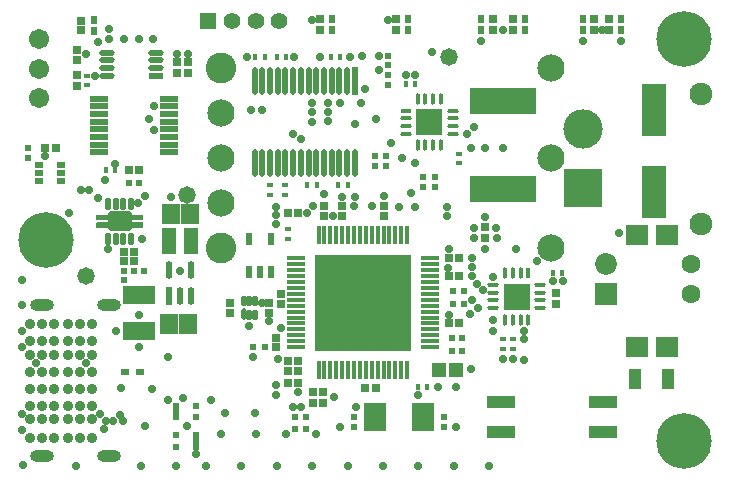
<source format=gts>
G04*
G04 #@! TF.GenerationSoftware,Altium Limited,Altium Designer,24.1.2 (44)*
G04*
G04 Layer_Color=8388736*
%FSLAX44Y44*%
%MOMM*%
G71*
G04*
G04 #@! TF.SameCoordinates,564CEF90-820D-4554-998B-2DB19DA9D660*
G04*
G04*
G04 #@! TF.FilePolarity,Negative*
G04*
G01*
G75*
%ADD20R,4.4400X4.4400*%
%ADD21R,0.4000X0.5000*%
%ADD22R,2.7000X1.6000*%
%ADD24R,0.5000X0.7000*%
%ADD26R,0.3000X1.5000*%
%ADD27R,0.5682X0.5725*%
%ADD28R,2.4384X1.1176*%
%ADD29R,0.5000X0.4000*%
%ADD30R,0.7041X0.6582*%
%ADD31R,1.5000X0.3000*%
%ADD33R,0.5200X0.5200*%
%ADD34R,0.5200X0.5200*%
%ADD35R,0.5725X0.5682*%
%ADD38R,0.4949X2.3528*%
G04:AMPARAMS|DCode=39|XSize=2.3528mm|YSize=0.4949mm|CornerRadius=0.2475mm|HoleSize=0mm|Usage=FLASHONLY|Rotation=270.000|XOffset=0mm|YOffset=0mm|HoleType=Round|Shape=RoundedRectangle|*
%AMROUNDEDRECTD39*
21,1,2.3528,0.0000,0,0,270.0*
21,1,1.8579,0.4949,0,0,270.0*
1,1,0.4949,0.0000,-0.9290*
1,1,0.4949,0.0000,0.9290*
1,1,0.4949,0.0000,0.9290*
1,1,0.4949,0.0000,-0.9290*
%
%ADD39ROUNDEDRECTD39*%
%ADD42R,0.6000X1.1000*%
%ADD43R,0.6582X0.7041*%
%ADD44R,5.6000X2.3000*%
%ADD46R,0.4725X0.4682*%
%ADD47R,1.0581X1.6621*%
%ADD48R,2.3000X2.3000*%
G04:AMPARAMS|DCode=49|XSize=0.4mm|YSize=0.95mm|CornerRadius=0.2mm|HoleSize=0mm|Usage=FLASHONLY|Rotation=270.000|XOffset=0mm|YOffset=0mm|HoleType=Round|Shape=RoundedRectangle|*
%AMROUNDEDRECTD49*
21,1,0.4000,0.5500,0,0,270.0*
21,1,0.0000,0.9500,0,0,270.0*
1,1,0.4000,-0.2750,0.0000*
1,1,0.4000,-0.2750,0.0000*
1,1,0.4000,0.2750,0.0000*
1,1,0.4000,0.2750,0.0000*
%
%ADD49ROUNDEDRECTD49*%
G04:AMPARAMS|DCode=50|XSize=0.95mm|YSize=0.4mm|CornerRadius=0.2mm|HoleSize=0mm|Usage=FLASHONLY|Rotation=270.000|XOffset=0mm|YOffset=0mm|HoleType=Round|Shape=RoundedRectangle|*
%AMROUNDEDRECTD50*
21,1,0.9500,0.0000,0,0,270.0*
21,1,0.5500,0.4000,0,0,270.0*
1,1,0.4000,0.0000,-0.2750*
1,1,0.4000,0.0000,0.2750*
1,1,0.4000,0.0000,0.2750*
1,1,0.4000,0.0000,-0.2750*
%
%ADD50ROUNDEDRECTD50*%
%ADD51R,0.4000X0.9500*%
%ADD56R,0.9500X0.4000*%
G04:AMPARAMS|DCode=57|XSize=0.95mm|YSize=0.4mm|CornerRadius=0.2mm|HoleSize=0mm|Usage=FLASHONLY|Rotation=0.000|XOffset=0mm|YOffset=0mm|HoleType=Round|Shape=RoundedRectangle|*
%AMROUNDEDRECTD57*
21,1,0.9500,0.0000,0,0,0.0*
21,1,0.5500,0.4000,0,0,0.0*
1,1,0.4000,0.2750,0.0000*
1,1,0.4000,-0.2750,0.0000*
1,1,0.4000,-0.2750,0.0000*
1,1,0.4000,0.2750,0.0000*
%
%ADD57ROUNDEDRECTD57*%
G04:AMPARAMS|DCode=58|XSize=0.4mm|YSize=0.95mm|CornerRadius=0.2mm|HoleSize=0mm|Usage=FLASHONLY|Rotation=0.000|XOffset=0mm|YOffset=0mm|HoleType=Round|Shape=RoundedRectangle|*
%AMROUNDEDRECTD58*
21,1,0.4000,0.5500,0,0,0.0*
21,1,0.0000,0.9500,0,0,0.0*
1,1,0.4000,0.0000,-0.2750*
1,1,0.4000,0.0000,-0.2750*
1,1,0.4000,0.0000,0.2750*
1,1,0.4000,0.0000,0.2750*
%
%ADD58ROUNDEDRECTD58*%
%ADD59R,2.3000X2.3000*%
%ADD60R,1.3052X0.4821*%
G04:AMPARAMS|DCode=61|XSize=1.3052mm|YSize=0.4821mm|CornerRadius=0.2411mm|HoleSize=0mm|Usage=FLASHONLY|Rotation=180.000|XOffset=0mm|YOffset=0mm|HoleType=Round|Shape=RoundedRectangle|*
%AMROUNDEDRECTD61*
21,1,1.3052,0.0000,0,0,180.0*
21,1,0.8231,0.4821,0,0,180.0*
1,1,0.4821,-0.4116,0.0000*
1,1,0.4821,0.4116,0.0000*
1,1,0.4821,0.4116,0.0000*
1,1,0.4821,-0.4116,0.0000*
%
%ADD61ROUNDEDRECTD61*%
%ADD63R,0.4682X0.4725*%
%ADD66R,0.5725X0.6153*%
%ADD67R,1.9000X2.4000*%
%ADD68R,0.8000X0.5500*%
%ADD69R,0.5721X1.5052*%
G04:AMPARAMS|DCode=70|XSize=1.5052mm|YSize=0.5721mm|CornerRadius=0.2861mm|HoleSize=0mm|Usage=FLASHONLY|Rotation=90.000|XOffset=0mm|YOffset=0mm|HoleType=Round|Shape=RoundedRectangle|*
%AMROUNDEDRECTD70*
21,1,1.5052,0.0000,0,0,90.0*
21,1,0.9331,0.5721,0,0,90.0*
1,1,0.5721,0.0000,0.4666*
1,1,0.5721,0.0000,-0.4666*
1,1,0.5721,0.0000,-0.4666*
1,1,0.5721,0.0000,0.4666*
%
%ADD70ROUNDEDRECTD70*%
%ADD71R,0.4750X0.5000*%
%ADD73R,0.7532X0.7532*%
%ADD74R,1.2032X1.3032*%
%ADD75R,0.7032X0.7532*%
G04:AMPARAMS|DCode=76|XSize=1.9532mm|YSize=1.7032mm|CornerRadius=0.1541mm|HoleSize=0mm|Usage=FLASHONLY|Rotation=180.000|XOffset=0mm|YOffset=0mm|HoleType=Round|Shape=RoundedRectangle|*
%AMROUNDEDRECTD76*
21,1,1.9532,1.3950,0,0,180.0*
21,1,1.6450,1.7032,0,0,180.0*
1,1,0.3082,-0.8225,0.6975*
1,1,0.3082,0.8225,0.6975*
1,1,0.3082,0.8225,-0.6975*
1,1,0.3082,-0.8225,-0.6975*
%
%ADD76ROUNDEDRECTD76*%
G04:AMPARAMS|DCode=77|XSize=0.5532mm|YSize=1.0532mm|CornerRadius=0.1524mm|HoleSize=0mm|Usage=FLASHONLY|Rotation=180.000|XOffset=0mm|YOffset=0mm|HoleType=Round|Shape=RoundedRectangle|*
%AMROUNDEDRECTD77*
21,1,0.5532,0.7485,0,0,180.0*
21,1,0.2485,1.0532,0,0,180.0*
1,1,0.3047,-0.1243,0.3743*
1,1,0.3047,0.1243,0.3743*
1,1,0.3047,0.1243,-0.3743*
1,1,0.3047,-0.1243,-0.3743*
%
%ADD77ROUNDEDRECTD77*%
%ADD78R,1.9832X1.7232*%
%ADD79R,2.1032X4.4032*%
%ADD80R,0.7532X0.7532*%
%ADD81R,0.7032X0.6032*%
%ADD82R,0.6532X0.6532*%
%ADD83R,0.6032X0.5032*%
%ADD84R,1.5032X1.6532*%
%ADD85R,1.3032X2.2032*%
%ADD86R,1.5532X0.6032*%
G04:AMPARAMS|DCode=87|XSize=0.8632mm|YSize=0.4532mm|CornerRadius=0.1516mm|HoleSize=0mm|Usage=FLASHONLY|Rotation=90.000|XOffset=0mm|YOffset=0mm|HoleType=Round|Shape=RoundedRectangle|*
%AMROUNDEDRECTD87*
21,1,0.8632,0.1500,0,0,90.0*
21,1,0.5600,0.4532,0,0,90.0*
1,1,0.3032,0.0750,0.2800*
1,1,0.3032,0.0750,-0.2800*
1,1,0.3032,-0.0750,-0.2800*
1,1,0.3032,-0.0750,0.2800*
%
%ADD87ROUNDEDRECTD87*%
G04:AMPARAMS|DCode=88|XSize=0.9032mm|YSize=0.4532mm|CornerRadius=0.1516mm|HoleSize=0mm|Usage=FLASHONLY|Rotation=90.000|XOffset=0mm|YOffset=0mm|HoleType=Round|Shape=RoundedRectangle|*
%AMROUNDEDRECTD88*
21,1,0.9032,0.1500,0,0,90.0*
21,1,0.6000,0.4532,0,0,90.0*
1,1,0.3032,0.0750,0.3000*
1,1,0.3032,0.0750,-0.3000*
1,1,0.3032,-0.0750,-0.3000*
1,1,0.3032,-0.0750,0.3000*
%
%ADD88ROUNDEDRECTD88*%
%ADD89R,0.6532X0.6532*%
%ADD90O,2.0032X1.0032*%
%ADD91C,0.9032*%
%ADD92R,1.3900X1.3900*%
%ADD93C,1.3900*%
%ADD94C,2.3032*%
%ADD95C,2.6032*%
%ADD96R,8.2032X8.2032*%
%ADD97C,1.7032*%
%ADD98R,1.8500X1.8500*%
%ADD99C,1.8500*%
%ADD100C,1.6000*%
%ADD101C,4.7032*%
%ADD102R,3.3270X3.3270*%
%ADD103C,3.3270*%
%ADD104C,1.9270*%
%ADD105C,0.7032*%
%ADD106C,1.4732*%
%ADD107C,0.5000*%
G36*
X98383Y215159D02*
X98513Y215133D01*
X98640Y215091D01*
X98759Y215032D01*
X98870Y214958D01*
X98970Y214870D01*
X99058Y214770D01*
X99132Y214659D01*
X99191Y214540D01*
X99234Y214414D01*
X99260Y214283D01*
X99268Y214150D01*
Y211350D01*
X99260Y211217D01*
X99234Y211087D01*
X99191Y210960D01*
X99132Y210841D01*
X99058Y210730D01*
X98970Y210630D01*
X98870Y210542D01*
X98759Y210468D01*
X98640Y210409D01*
X98513Y210366D01*
X98383Y210340D01*
X98250Y210332D01*
X88000D01*
X87867Y210340D01*
X87737Y210366D01*
X87610Y210409D01*
X87491Y210468D01*
X87380Y210542D01*
X87280Y210630D01*
X87192Y210730D01*
X87118Y210841D01*
X87059Y210960D01*
X87016Y211087D01*
X86990Y211217D01*
X86982Y211350D01*
Y214150D01*
X86990Y214283D01*
X87016Y214414D01*
X87059Y214540D01*
X87118Y214659D01*
X87192Y214770D01*
X87280Y214870D01*
X87380Y214958D01*
X87491Y215032D01*
X87610Y215091D01*
X87737Y215133D01*
X87867Y215159D01*
X88000Y215168D01*
X98250D01*
X98383Y215159D01*
D02*
G37*
G36*
Y221660D02*
X98513Y221633D01*
X98640Y221591D01*
X98759Y221532D01*
X98870Y221458D01*
X98970Y221370D01*
X99058Y221270D01*
X99132Y221159D01*
X99191Y221040D01*
X99234Y220914D01*
X99260Y220783D01*
X99268Y220650D01*
Y217850D01*
X99260Y217717D01*
X99234Y217586D01*
X99191Y217460D01*
X99132Y217341D01*
X99058Y217230D01*
X98970Y217130D01*
X98870Y217042D01*
X98759Y216968D01*
X98640Y216909D01*
X98513Y216866D01*
X98383Y216841D01*
X98250Y216832D01*
X88000D01*
X87867Y216841D01*
X87737Y216866D01*
X87610Y216909D01*
X87491Y216968D01*
X87380Y217042D01*
X87280Y217130D01*
X87192Y217230D01*
X87118Y217341D01*
X87059Y217460D01*
X87016Y217586D01*
X86990Y217717D01*
X86982Y217850D01*
Y220650D01*
X86990Y220783D01*
X87016Y220914D01*
X87059Y221040D01*
X87118Y221159D01*
X87192Y221270D01*
X87280Y221370D01*
X87380Y221458D01*
X87491Y221532D01*
X87610Y221591D01*
X87737Y221633D01*
X87867Y221660D01*
X88000Y221668D01*
X98250D01*
X98383Y221660D01*
D02*
G37*
G36*
X126133D02*
X126264Y221633D01*
X126390Y221591D01*
X126509Y221532D01*
X126620Y221458D01*
X126720Y221370D01*
X126808Y221270D01*
X126882Y221159D01*
X126941Y221040D01*
X126983Y220914D01*
X127009Y220783D01*
X127018Y220650D01*
Y217850D01*
X127009Y217717D01*
X126983Y217586D01*
X126941Y217460D01*
X126882Y217341D01*
X126808Y217230D01*
X126720Y217130D01*
X126620Y217042D01*
X126509Y216968D01*
X126390Y216909D01*
X126264Y216866D01*
X126133Y216841D01*
X126000Y216832D01*
X115750D01*
X115617Y216841D01*
X115486Y216866D01*
X115360Y216909D01*
X115241Y216968D01*
X115130Y217042D01*
X115030Y217130D01*
X114942Y217230D01*
X114868Y217341D01*
X114809Y217460D01*
X114767Y217586D01*
X114740Y217717D01*
X114732Y217850D01*
Y220650D01*
X114740Y220783D01*
X114767Y220914D01*
X114809Y221040D01*
X114868Y221159D01*
X114942Y221270D01*
X115030Y221370D01*
X115130Y221458D01*
X115241Y221532D01*
X115360Y221591D01*
X115486Y221633D01*
X115617Y221660D01*
X115750Y221668D01*
X126000D01*
X126133Y221660D01*
D02*
G37*
G36*
Y215159D02*
X126264Y215133D01*
X126390Y215091D01*
X126509Y215032D01*
X126620Y214958D01*
X126720Y214870D01*
X126808Y214770D01*
X126882Y214659D01*
X126941Y214540D01*
X126983Y214414D01*
X127009Y214283D01*
X127018Y214150D01*
Y211350D01*
X127009Y211217D01*
X126983Y211087D01*
X126941Y210960D01*
X126882Y210841D01*
X126808Y210730D01*
X126720Y210630D01*
X126620Y210542D01*
X126509Y210468D01*
X126390Y210409D01*
X126264Y210366D01*
X126133Y210340D01*
X126000Y210332D01*
X115750D01*
X115617Y210340D01*
X115486Y210366D01*
X115360Y210409D01*
X115241Y210468D01*
X115130Y210542D01*
X115030Y210630D01*
X114942Y210730D01*
X114868Y210841D01*
X114809Y210960D01*
X114767Y211087D01*
X114740Y211217D01*
X114732Y211350D01*
Y214150D01*
X114740Y214283D01*
X114767Y214414D01*
X114809Y214540D01*
X114868Y214659D01*
X114942Y214770D01*
X115030Y214870D01*
X115130Y214958D01*
X115241Y215032D01*
X115360Y215091D01*
X115486Y215133D01*
X115617Y215159D01*
X115750Y215168D01*
X126000D01*
X126133Y215159D01*
D02*
G37*
G36*
X213343Y142280D02*
X213473Y142254D01*
X213599Y142211D01*
X213719Y142152D01*
X213830Y142078D01*
X213930Y141990D01*
X214018Y141890D01*
X214091Y141779D01*
X214151Y141660D01*
X214193Y141533D01*
X214219Y141403D01*
X214228Y141270D01*
Y139270D01*
X214219Y139137D01*
X214193Y139007D01*
X214151Y138880D01*
X214091Y138761D01*
X214018Y138650D01*
X213930Y138550D01*
X213830Y138462D01*
X213719Y138388D01*
X213599Y138329D01*
X213473Y138287D01*
X213343Y138260D01*
X213210Y138252D01*
X210710D01*
X210577Y138260D01*
X210446Y138287D01*
X210320Y138329D01*
X210201Y138388D01*
X210090Y138462D01*
X209990Y138550D01*
X209902Y138650D01*
X209828Y138761D01*
X209769Y138880D01*
X209726Y139007D01*
X209700Y139137D01*
X209692Y139270D01*
Y140270D01*
X209700Y140403D01*
X209726Y140534D01*
X209769Y140660D01*
X209828Y140779D01*
X209902Y140890D01*
X209990Y140990D01*
X210990Y141990D01*
X211090Y142078D01*
X211201Y142152D01*
X211320Y142211D01*
X211446Y142254D01*
X211577Y142280D01*
X211710Y142288D01*
X213210D01*
X213343Y142280D01*
D02*
G37*
D20*
X313000Y147000D02*
D03*
D21*
X95218Y259227D02*
D03*
X103218D02*
D03*
X300000Y247000D02*
D03*
X292000D02*
D03*
X273750D02*
D03*
X265750D02*
D03*
X285750Y355000D02*
D03*
X293750D02*
D03*
X248000D02*
D03*
X240000D02*
D03*
X229750D02*
D03*
X221750D02*
D03*
X474000Y172000D02*
D03*
X482000D02*
D03*
X357250Y332250D02*
D03*
X349250D02*
D03*
X359500Y75750D02*
D03*
X367500D02*
D03*
D22*
X123500Y153250D02*
D03*
Y123250D02*
D03*
D24*
X287000Y387000D02*
D03*
Y378000D02*
D03*
X499250Y387000D02*
D03*
Y378000D02*
D03*
X351250D02*
D03*
Y387000D02*
D03*
X85500Y377500D02*
D03*
Y386500D02*
D03*
X413000Y378000D02*
D03*
Y387000D02*
D03*
X450000Y378000D02*
D03*
Y387000D02*
D03*
X531750Y378000D02*
D03*
Y387000D02*
D03*
D26*
X350500Y90000D02*
D03*
X275500Y204000D02*
D03*
X280500D02*
D03*
X285500D02*
D03*
X290500D02*
D03*
X295500D02*
D03*
X300500D02*
D03*
X305500D02*
D03*
X310500D02*
D03*
X315500D02*
D03*
X320500D02*
D03*
X325500D02*
D03*
X330500D02*
D03*
X335500D02*
D03*
X340500D02*
D03*
X345500D02*
D03*
X350500D02*
D03*
X345500Y90000D02*
D03*
X340500D02*
D03*
X335500D02*
D03*
X330500D02*
D03*
X325500D02*
D03*
X320500D02*
D03*
X315500D02*
D03*
X310500D02*
D03*
X305500D02*
D03*
X300500D02*
D03*
X295500D02*
D03*
X290500D02*
D03*
X285500D02*
D03*
X280500D02*
D03*
X275500D02*
D03*
D27*
X264522Y50250D02*
D03*
Y40000D02*
D03*
X255478D02*
D03*
X397271Y117500D02*
D03*
X388228D02*
D03*
X397271Y106500D02*
D03*
X388228D02*
D03*
X389229Y146250D02*
D03*
X398271D02*
D03*
Y157000D02*
D03*
X389229D02*
D03*
X255478Y50250D02*
D03*
D28*
X429947Y62700D02*
D03*
Y37300D02*
D03*
X516053D02*
D03*
Y62700D02*
D03*
D29*
X234500Y246500D02*
D03*
Y238500D02*
D03*
X247500Y246500D02*
D03*
Y238500D02*
D03*
X440250Y116000D02*
D03*
Y108000D02*
D03*
X431250Y116000D02*
D03*
Y108000D02*
D03*
X79750Y339000D02*
D03*
Y331000D02*
D03*
X394500Y265250D02*
D03*
Y273250D02*
D03*
X249250Y201250D02*
D03*
Y209250D02*
D03*
D30*
X323770Y74750D02*
D03*
X315229D02*
D03*
X258021Y222750D02*
D03*
X249480D02*
D03*
X115229Y259500D02*
D03*
X123770D02*
D03*
X385729Y184500D02*
D03*
X394270D02*
D03*
X385729Y169500D02*
D03*
X394270D02*
D03*
X279019Y62250D02*
D03*
X270478D02*
D03*
X279019Y71750D02*
D03*
X270478D02*
D03*
X249730Y78750D02*
D03*
X258271D02*
D03*
Y89250D02*
D03*
X249730D02*
D03*
X385729Y129500D02*
D03*
X394270D02*
D03*
D31*
X370000Y184500D02*
D03*
Y179500D02*
D03*
Y174500D02*
D03*
Y169500D02*
D03*
Y164500D02*
D03*
Y159500D02*
D03*
Y154500D02*
D03*
Y149500D02*
D03*
Y144500D02*
D03*
Y139500D02*
D03*
Y134500D02*
D03*
Y129500D02*
D03*
Y124500D02*
D03*
Y119500D02*
D03*
Y114500D02*
D03*
Y109500D02*
D03*
X256000D02*
D03*
Y114500D02*
D03*
Y119500D02*
D03*
Y124500D02*
D03*
Y129500D02*
D03*
Y134500D02*
D03*
Y139500D02*
D03*
Y144500D02*
D03*
Y149500D02*
D03*
Y154500D02*
D03*
Y159500D02*
D03*
Y164500D02*
D03*
Y169500D02*
D03*
Y174500D02*
D03*
Y179500D02*
D03*
Y184500D02*
D03*
D33*
X119500Y174000D02*
D03*
X127500D02*
D03*
D34*
X110500Y174250D02*
D03*
Y166250D02*
D03*
D35*
X332250Y262479D02*
D03*
Y271521D02*
D03*
X323000Y262479D02*
D03*
Y271521D02*
D03*
X374000Y244729D02*
D03*
Y253771D02*
D03*
X364000Y244729D02*
D03*
Y253771D02*
D03*
D38*
X306000Y334751D02*
D03*
D39*
X299500D02*
D03*
X293000D02*
D03*
X286500D02*
D03*
X280000D02*
D03*
X273500D02*
D03*
X267000D02*
D03*
X260500D02*
D03*
X254000D02*
D03*
X247500D02*
D03*
X241000D02*
D03*
X234500D02*
D03*
X228000D02*
D03*
X221500D02*
D03*
Y265249D02*
D03*
X228000D02*
D03*
X234500D02*
D03*
X241000D02*
D03*
X247500D02*
D03*
X254000D02*
D03*
X260500D02*
D03*
X267000D02*
D03*
X273500D02*
D03*
X280000D02*
D03*
X286500D02*
D03*
X293000D02*
D03*
X299500D02*
D03*
X306000D02*
D03*
D42*
X216250Y173000D02*
D03*
X225750D02*
D03*
X235250D02*
D03*
Y201000D02*
D03*
X216250D02*
D03*
D43*
X330500Y220729D02*
D03*
Y229270D02*
D03*
X280500D02*
D03*
Y220729D02*
D03*
X295500Y229270D02*
D03*
Y220729D02*
D03*
X416500Y210771D02*
D03*
Y202230D02*
D03*
X200500Y138479D02*
D03*
Y147020D02*
D03*
X233500Y138479D02*
D03*
Y147020D02*
D03*
D44*
X432000Y243750D02*
D03*
Y317750D02*
D03*
D46*
X29632Y277776D02*
D03*
Y269733D02*
D03*
X334000Y339521D02*
D03*
Y331479D02*
D03*
Y347979D02*
D03*
Y356021D02*
D03*
D47*
X571770Y82500D02*
D03*
X543230D02*
D03*
D48*
X443250Y152250D02*
D03*
D49*
X463000Y162000D02*
D03*
Y155500D02*
D03*
Y149000D02*
D03*
Y142500D02*
D03*
X423500D02*
D03*
Y149000D02*
D03*
Y155500D02*
D03*
Y162000D02*
D03*
D50*
X453000Y132500D02*
D03*
X446500D02*
D03*
X440000D02*
D03*
X433500D02*
D03*
Y172000D02*
D03*
X440000D02*
D03*
X446500D02*
D03*
D51*
X453000D02*
D03*
D56*
X349500Y309750D02*
D03*
D57*
Y303250D02*
D03*
Y296750D02*
D03*
Y290250D02*
D03*
X389000D02*
D03*
Y296750D02*
D03*
Y303250D02*
D03*
Y309750D02*
D03*
D58*
X359500Y280250D02*
D03*
X366000D02*
D03*
X372500D02*
D03*
X379000D02*
D03*
Y319750D02*
D03*
X372500D02*
D03*
X366000D02*
D03*
X359500D02*
D03*
D59*
X369250Y300000D02*
D03*
D60*
X137505Y339250D02*
D03*
D61*
Y345750D02*
D03*
Y352250D02*
D03*
Y358750D02*
D03*
X96495D02*
D03*
Y352250D02*
D03*
Y345750D02*
D03*
Y339250D02*
D03*
D63*
X115229Y248000D02*
D03*
X123272D02*
D03*
D66*
X305500Y41714D02*
D03*
Y50286D02*
D03*
X382000Y41714D02*
D03*
Y50286D02*
D03*
D67*
X323250Y50000D02*
D03*
X364250D02*
D03*
D68*
X111250Y88000D02*
D03*
X124250Y88000D02*
D03*
D69*
X148500Y152995D02*
D03*
D70*
X158000D02*
D03*
X167500D02*
D03*
Y175005D02*
D03*
X148500D02*
D03*
D71*
X220124Y109250D02*
D03*
X230375D02*
D03*
D73*
X277000Y387000D02*
D03*
Y378000D02*
D03*
X164821Y341500D02*
D03*
Y350500D02*
D03*
X155390Y341500D02*
D03*
Y350500D02*
D03*
X521750Y378000D02*
D03*
Y387000D02*
D03*
X440000D02*
D03*
Y378000D02*
D03*
X423000Y387000D02*
D03*
Y378000D02*
D03*
X476375Y155375D02*
D03*
Y146375D02*
D03*
X341250Y378000D02*
D03*
Y387000D02*
D03*
X71000Y361250D02*
D03*
Y352250D02*
D03*
Y339500D02*
D03*
Y330500D02*
D03*
X508750Y378000D02*
D03*
Y387000D02*
D03*
D74*
X377500Y90250D02*
D03*
X391500D02*
D03*
D75*
X119500Y182250D02*
D03*
Y189750D02*
D03*
X110500Y182250D02*
D03*
Y189750D02*
D03*
D76*
X107000Y216000D02*
D03*
D77*
X116750Y230750D02*
D03*
X110250D02*
D03*
X103750D02*
D03*
X97250D02*
D03*
X116750Y201250D02*
D03*
X110250D02*
D03*
X103750D02*
D03*
X97250D02*
D03*
D78*
X570200Y204650D02*
D03*
Y109350D02*
D03*
X544800Y204650D02*
D03*
Y109350D02*
D03*
D79*
X559750Y310500D02*
D03*
Y240500D02*
D03*
D80*
X53000Y278000D02*
D03*
X44000D02*
D03*
D81*
X57500Y250500D02*
D03*
Y257000D02*
D03*
Y263500D02*
D03*
X38500D02*
D03*
Y257000D02*
D03*
Y250500D02*
D03*
D82*
X74250Y386000D02*
D03*
Y378000D02*
D03*
X239750Y117250D02*
D03*
Y109250D02*
D03*
X243541Y146240D02*
D03*
Y154240D02*
D03*
D83*
X154500Y25000D02*
D03*
Y35000D02*
D03*
X171500D02*
D03*
Y30000D02*
D03*
Y25000D02*
D03*
X171500Y60000D02*
D03*
Y50000D02*
D03*
X154500D02*
D03*
Y55000D02*
D03*
Y60000D02*
D03*
D84*
X150250Y222500D02*
D03*
X166250D02*
D03*
X149270Y129270D02*
D03*
X165270D02*
D03*
D85*
X167500Y199000D02*
D03*
X148500D02*
D03*
D86*
X90000Y319750D02*
D03*
Y313250D02*
D03*
Y306750D02*
D03*
Y300250D02*
D03*
Y293750D02*
D03*
Y287250D02*
D03*
Y280750D02*
D03*
Y274250D02*
D03*
X148500Y319750D02*
D03*
Y313250D02*
D03*
Y306750D02*
D03*
Y300250D02*
D03*
Y293750D02*
D03*
Y287250D02*
D03*
Y280750D02*
D03*
Y274250D02*
D03*
D87*
X211960Y136570D02*
D03*
D88*
X216960Y136770D02*
D03*
X221960D02*
D03*
Y148770D02*
D03*
X216960D02*
D03*
X211960D02*
D03*
D89*
X258000Y97750D02*
D03*
X250000D02*
D03*
D90*
X41250Y17000D02*
D03*
X98250D02*
D03*
X41250Y145000D02*
D03*
X98250D02*
D03*
D91*
X31250Y32750D02*
D03*
Y48250D02*
D03*
Y59250D02*
D03*
Y129250D02*
D03*
Y114750D02*
D03*
Y102750D02*
D03*
Y73750D02*
D03*
Y88250D02*
D03*
X41250Y32750D02*
D03*
Y48250D02*
D03*
Y59250D02*
D03*
Y129250D02*
D03*
Y114750D02*
D03*
Y102750D02*
D03*
Y73750D02*
D03*
Y88250D02*
D03*
X51250Y32750D02*
D03*
Y48250D02*
D03*
Y59250D02*
D03*
Y129250D02*
D03*
Y114750D02*
D03*
Y102750D02*
D03*
Y73750D02*
D03*
Y88250D02*
D03*
X63250Y32750D02*
D03*
Y48250D02*
D03*
Y59250D02*
D03*
Y129250D02*
D03*
Y114750D02*
D03*
Y102750D02*
D03*
Y73750D02*
D03*
Y88250D02*
D03*
X73250Y32750D02*
D03*
Y48250D02*
D03*
Y59250D02*
D03*
Y129250D02*
D03*
Y114750D02*
D03*
Y102750D02*
D03*
Y73750D02*
D03*
Y88250D02*
D03*
X83250Y32750D02*
D03*
Y48250D02*
D03*
Y59250D02*
D03*
Y129250D02*
D03*
Y114750D02*
D03*
Y102750D02*
D03*
Y73750D02*
D03*
Y88250D02*
D03*
D92*
X182276Y385616D02*
D03*
D93*
X202276D02*
D03*
X222276D02*
D03*
X242276D02*
D03*
D94*
X472700Y345440D02*
D03*
Y269240D02*
D03*
Y193040D02*
D03*
X193300Y269240D02*
D03*
Y307340D02*
D03*
Y231140D02*
D03*
D95*
Y193040D02*
D03*
Y345440D02*
D03*
D96*
X313000Y147000D02*
D03*
D97*
X39000Y345250D02*
D03*
Y370250D02*
D03*
Y320250D02*
D03*
D98*
X518700Y154750D02*
D03*
D99*
Y179750D02*
D03*
D100*
X590500D02*
D03*
Y154750D02*
D03*
D101*
X584500Y370000D02*
D03*
X44500Y200000D02*
D03*
X584500Y30000D02*
D03*
D102*
X499250Y244000D02*
D03*
D103*
Y294000D02*
D03*
D104*
X599250Y324000D02*
D03*
Y214000D02*
D03*
D105*
X215284Y355134D02*
D03*
X254732Y354893D02*
D03*
X295431Y236273D02*
D03*
X280162Y239278D02*
D03*
X239736Y228221D02*
D03*
X305986Y236695D02*
D03*
X94707Y250803D02*
D03*
X88625Y236000D02*
D03*
X103237Y264513D02*
D03*
X270000Y386500D02*
D03*
X227388Y310467D02*
D03*
X24241Y165932D02*
D03*
X24009Y144945D02*
D03*
X24400Y123155D02*
D03*
X24405Y109579D02*
D03*
X78253Y95833D02*
D03*
X36207Y96059D02*
D03*
X24411Y52578D02*
D03*
Y39041D02*
D03*
X221622Y53638D02*
D03*
X195854Y53378D02*
D03*
X184142Y65090D02*
D03*
X148353Y64830D02*
D03*
X134168Y73680D02*
D03*
X107880Y74461D02*
D03*
X273678Y35809D02*
D03*
X247910D02*
D03*
X222142Y35939D02*
D03*
X192991D02*
D03*
X163840Y42706D02*
D03*
X128134Y42975D02*
D03*
X420000Y8500D02*
D03*
X390000D02*
D03*
X360000D02*
D03*
X330000D02*
D03*
X300000D02*
D03*
X270000D02*
D03*
X240000D02*
D03*
X210000D02*
D03*
X180000D02*
D03*
X155000D02*
D03*
X125000D02*
D03*
X70000D02*
D03*
X25500Y10000D02*
D03*
X321031Y228686D02*
D03*
X323860Y302612D02*
D03*
X311138Y315921D02*
D03*
X293949D02*
D03*
X305995Y298191D02*
D03*
X337025Y282544D02*
D03*
X345989Y269239D02*
D03*
X334270Y386801D02*
D03*
X164821Y357250D02*
D03*
X155390D02*
D03*
X98200Y379082D02*
D03*
X88424Y367637D02*
D03*
X515250Y378000D02*
D03*
X412750Y368750D02*
D03*
X431750Y377750D02*
D03*
X74500Y242750D02*
D03*
X218000Y310500D02*
D03*
X241250Y99750D02*
D03*
X258250Y71250D02*
D03*
X270000Y316250D02*
D03*
Y308750D02*
D03*
Y300250D02*
D03*
X283750Y316000D02*
D03*
Y300500D02*
D03*
Y308750D02*
D03*
X277000Y355250D02*
D03*
X353500Y240000D02*
D03*
X243500Y125500D02*
D03*
X392000Y41750D02*
D03*
X293750D02*
D03*
X307250Y59000D02*
D03*
X391500Y75750D02*
D03*
X376250D02*
D03*
X405250Y184750D02*
D03*
Y177000D02*
D03*
Y169750D02*
D03*
X404000Y137750D02*
D03*
X440250Y99750D02*
D03*
X431250D02*
D03*
X95173Y46828D02*
D03*
X302500Y355500D02*
D03*
X253626Y58479D02*
D03*
X260250Y58500D02*
D03*
X239349Y69337D02*
D03*
X239245Y77347D02*
D03*
X220250Y101000D02*
D03*
X288250Y67000D02*
D03*
X94231Y39801D02*
D03*
X90084Y53161D02*
D03*
X109750Y46750D02*
D03*
X107250Y52250D02*
D03*
X101750Y47000D02*
D03*
X86250Y339000D02*
D03*
X78500Y358000D02*
D03*
X449250Y98500D02*
D03*
X349250Y340250D02*
D03*
X357250D02*
D03*
X254000Y290000D02*
D03*
X260250Y285750D02*
D03*
X239750Y214000D02*
D03*
X44000Y271000D02*
D03*
X136250Y313500D02*
D03*
X128750Y237250D02*
D03*
X150250Y236500D02*
D03*
X312250Y355750D02*
D03*
X326500Y356000D02*
D03*
X64500Y223000D02*
D03*
X122750Y231750D02*
D03*
X499250Y368500D02*
D03*
X97250Y192250D02*
D03*
X531750Y368500D02*
D03*
X423375Y168875D02*
D03*
X406750Y295750D02*
D03*
X400750Y290250D02*
D03*
X126000Y201250D02*
D03*
X474000Y165250D02*
D03*
X482500D02*
D03*
X449250Y122750D02*
D03*
X423250Y132250D02*
D03*
X415000Y157750D02*
D03*
X405750Y149250D02*
D03*
X443000Y192500D02*
D03*
X81250Y242750D02*
D03*
X136250Y293529D02*
D03*
X132000Y302500D02*
D03*
X171500Y19000D02*
D03*
X161000Y66250D02*
D03*
X330750Y237750D02*
D03*
X123500Y109250D02*
D03*
X529750Y205750D02*
D03*
X449250Y116000D02*
D03*
X409250Y163250D02*
D03*
X98250Y370000D02*
D03*
X135500D02*
D03*
X123250D02*
D03*
X110750D02*
D03*
X357250Y265750D02*
D03*
X371750Y359750D02*
D03*
X384250Y228250D02*
D03*
Y220500D02*
D03*
X423250Y123500D02*
D03*
X460250Y182000D02*
D03*
X435620Y159820D02*
D03*
X450620D02*
D03*
X443250Y152250D02*
D03*
X435620Y144570D02*
D03*
X450870D02*
D03*
X101500Y211500D02*
D03*
X112500D02*
D03*
Y220500D02*
D03*
X101500Y220750D02*
D03*
X357500Y228000D02*
D03*
X343500D02*
D03*
X431750Y277750D02*
D03*
X107000Y216000D02*
D03*
X385500Y176750D02*
D03*
X385750Y192250D02*
D03*
X148000Y101000D02*
D03*
X123500Y137000D02*
D03*
X216750Y127000D02*
D03*
X104250Y123500D02*
D03*
X233250Y131250D02*
D03*
X227250Y146500D02*
D03*
X158000Y174250D02*
D03*
X266000Y222750D02*
D03*
X271000Y229250D02*
D03*
X239736Y221111D02*
D03*
X287750Y220250D02*
D03*
X305500Y228750D02*
D03*
X314730Y327730D02*
D03*
X404500Y278000D02*
D03*
X416500Y192750D02*
D03*
X426250Y202250D02*
D03*
X407000D02*
D03*
X407500Y210500D02*
D03*
X425432Y210567D02*
D03*
X416500Y219500D02*
D03*
X416000Y278250D02*
D03*
X361500Y292480D02*
D03*
X376750D02*
D03*
X369250Y300000D02*
D03*
X361802Y307138D02*
D03*
X376750Y307480D02*
D03*
X326500Y343750D02*
D03*
X359500Y69250D02*
D03*
X404500Y91000D02*
D03*
X385750Y136500D02*
D03*
X410500Y143000D02*
D03*
D106*
X164109Y238546D02*
D03*
X385750Y355250D02*
D03*
X78250Y169750D02*
D03*
D107*
X278000Y182000D02*
D03*
X288000D02*
D03*
X298000D02*
D03*
X308000D02*
D03*
X318000D02*
D03*
X328000D02*
D03*
X338000D02*
D03*
X348000D02*
D03*
Y172000D02*
D03*
X338000D02*
D03*
X328000D02*
D03*
X318000D02*
D03*
X308000D02*
D03*
X298000D02*
D03*
X288000D02*
D03*
X278000D02*
D03*
Y162000D02*
D03*
X288000D02*
D03*
X298000D02*
D03*
X308000D02*
D03*
X318000D02*
D03*
X328000D02*
D03*
X338000D02*
D03*
X348000D02*
D03*
Y152000D02*
D03*
X338000D02*
D03*
X328000D02*
D03*
X318000D02*
D03*
X308000D02*
D03*
X298000D02*
D03*
X288000D02*
D03*
X278000D02*
D03*
Y142000D02*
D03*
X288000D02*
D03*
X298000D02*
D03*
X308000D02*
D03*
X318000D02*
D03*
X328000D02*
D03*
X338000D02*
D03*
X348000D02*
D03*
Y132000D02*
D03*
X338000D02*
D03*
X328000D02*
D03*
X318000D02*
D03*
X308000D02*
D03*
X298000D02*
D03*
X288000D02*
D03*
X278000D02*
D03*
Y122000D02*
D03*
X288000D02*
D03*
X298000D02*
D03*
X308000D02*
D03*
X318000D02*
D03*
X328000D02*
D03*
X338000D02*
D03*
X348000D02*
D03*
Y112000D02*
D03*
X338000D02*
D03*
X328000D02*
D03*
X318000D02*
D03*
X308000D02*
D03*
X298000D02*
D03*
X288000D02*
D03*
X278000D02*
D03*
M02*

</source>
